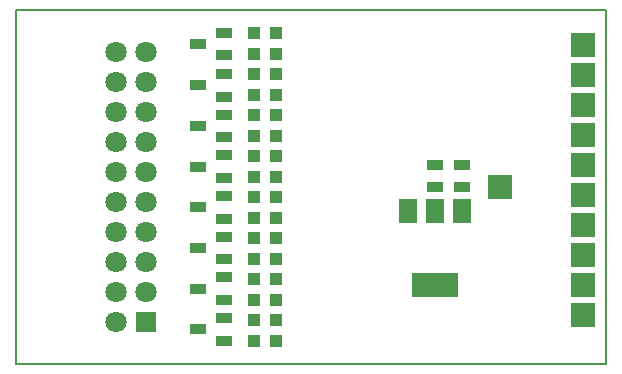
<source format=gbs>
G04*
G04 #@! TF.GenerationSoftware,Altium Limited,Altium Designer,19.1.5 (86)*
G04*
G04 Layer_Color=16711935*
%FSLAX25Y25*%
%MOIN*%
G70*
G01*
G75*
%ADD14C,0.00591*%
%ADD20R,0.08346X0.08346*%
%ADD23R,0.04134X0.04134*%
%ADD24C,0.07087*%
%ADD25R,0.07087X0.07087*%
%ADD35R,0.05315X0.03740*%
%ADD36R,0.05709X0.03347*%
%ADD37R,0.15551X0.08465*%
%ADD38R,0.06496X0.08465*%
%ADD39R,0.08465X0.08465*%
D14*
X0Y0D02*
X196850D01*
X0Y118110D02*
X196850D01*
X0Y0D02*
Y118110D01*
X196850Y0D02*
Y118110D01*
D20*
X188976Y66555D02*
D03*
Y96555D02*
D03*
Y16555D02*
D03*
Y26555D02*
D03*
Y46555D02*
D03*
Y56555D02*
D03*
Y36555D02*
D03*
Y76555D02*
D03*
Y86555D02*
D03*
Y106555D02*
D03*
D23*
X79527Y110236D02*
D03*
X86614D02*
D03*
Y7874D02*
D03*
X79527D02*
D03*
Y14698D02*
D03*
X86614D02*
D03*
Y21523D02*
D03*
X79527D02*
D03*
Y28347D02*
D03*
X86614D02*
D03*
Y35171D02*
D03*
X79527D02*
D03*
Y41995D02*
D03*
X86614D02*
D03*
Y48819D02*
D03*
X79527D02*
D03*
Y55643D02*
D03*
X86614D02*
D03*
Y62467D02*
D03*
X79527D02*
D03*
Y69292D02*
D03*
X86614D02*
D03*
Y76116D02*
D03*
X79527D02*
D03*
Y82940D02*
D03*
X86614D02*
D03*
Y89764D02*
D03*
X79527D02*
D03*
Y96588D02*
D03*
X86614D02*
D03*
Y103412D02*
D03*
X79527D02*
D03*
D24*
X33465Y34173D02*
D03*
Y14173D02*
D03*
X43465Y24173D02*
D03*
X33465D02*
D03*
X43465Y34173D02*
D03*
Y44173D02*
D03*
X33465D02*
D03*
Y54173D02*
D03*
Y64173D02*
D03*
X43465D02*
D03*
Y54173D02*
D03*
Y74173D02*
D03*
X33465D02*
D03*
Y84173D02*
D03*
X43465D02*
D03*
X33465Y94173D02*
D03*
X43465D02*
D03*
X33465Y104173D02*
D03*
X43465D02*
D03*
D25*
Y14173D02*
D03*
D35*
X60630Y11614D02*
D03*
X69291Y7874D02*
D03*
Y15355D02*
D03*
Y110433D02*
D03*
Y102953D02*
D03*
X60630Y106693D02*
D03*
Y92942D02*
D03*
X69291Y89201D02*
D03*
Y96682D02*
D03*
Y83127D02*
D03*
Y75647D02*
D03*
X60630Y79387D02*
D03*
Y65833D02*
D03*
X69291Y62092D02*
D03*
Y69573D02*
D03*
Y56018D02*
D03*
Y48538D02*
D03*
X60630Y52278D02*
D03*
Y38723D02*
D03*
X69291Y34983D02*
D03*
Y42464D02*
D03*
Y28909D02*
D03*
Y21429D02*
D03*
X60630Y25169D02*
D03*
D36*
X139764Y59048D02*
D03*
Y66528D02*
D03*
X148819D02*
D03*
Y59048D02*
D03*
D37*
X139764Y26390D02*
D03*
D38*
X148819Y51193D02*
D03*
X139764D02*
D03*
X130709D02*
D03*
D39*
X161417Y59055D02*
D03*
M02*

</source>
